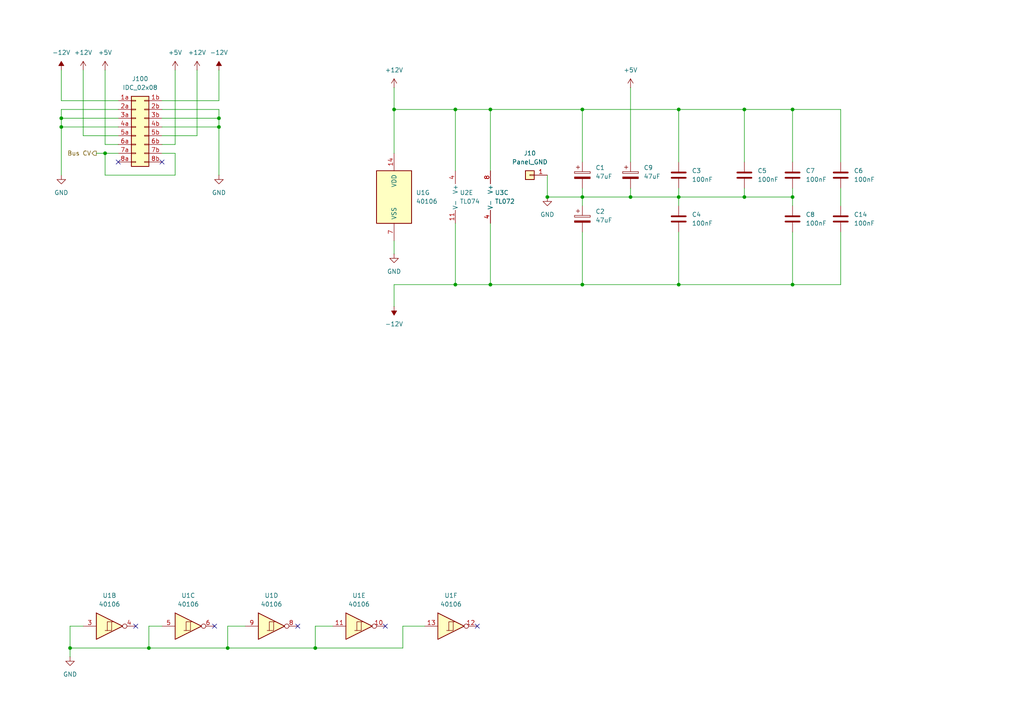
<source format=kicad_sch>
(kicad_sch (version 20231120) (generator "eeschema") (generator_version "8.0")
  (paper "A4")
  (lib_symbols
    (symbol "4xxx:40106" (pin_names (offset 1.016))
      (property "Reference" "U" (at 0 1.27 0))
      (property "Value" "40106" (at 0 -1.27 0))
      (symbol "40106_1_0"
        (polyline (pts (xy -0.635 -1.27) (xy -0.635 1.27) (xy 0.635 1.27)))
        (polyline (pts (xy -3.81 3.81) (xy -3.81 -3.81) (xy 3.81 0) (xy -3.81 3.81)) (stroke (width 0.254)) (fill (type background)))
        (polyline (pts (xy -1.27 -1.27) (xy 0.635 -1.27) (xy 0.635 1.27) (xy 1.27 1.27)))
        (pin input line (at -7.62 0 0) (length 3.81) (name "~") (number "1"))
        (pin output inverted (at 7.62 0 180) (length 3.81) (name "~") (number "2"))
      )
      (symbol "40106_2_0"
        (polyline (pts (xy -0.635 -1.27) (xy -0.635 1.27) (xy 0.635 1.27)))
        (polyline (pts (xy -3.81 3.81) (xy -3.81 -3.81) (xy 3.81 0) (xy -3.81 3.81)) (stroke (width 0.254)) (fill (type background)))
        (polyline (pts (xy -1.27 -1.27) (xy 0.635 -1.27) (xy 0.635 1.27) (xy 1.27 1.27)))
        (pin input line (at -7.62 0 0) (length 3.81) (name "~") (number "3"))
        (pin output inverted (at 7.62 0 180) (length 3.81) (name "~") (number "4"))
      )
      (symbol "40106_3_0"
        (polyline (pts (xy -0.635 -1.27) (xy -0.635 1.27) (xy 0.635 1.27)))
        (polyline (pts (xy -3.81 3.81) (xy -3.81 -3.81) (xy 3.81 0) (xy -3.81 3.81)) (stroke (width 0.254)) (fill (type background)))
        (polyline (pts (xy -1.27 -1.27) (xy 0.635 -1.27) (xy 0.635 1.27) (xy 1.27 1.27)))
        (pin input line (at -7.62 0 0) (length 3.81) (name "~") (number "5"))
        (pin output inverted (at 7.62 0 180) (length 3.81) (name "~") (number "6"))
      )
      (symbol "40106_4_0"
        (polyline (pts (xy -0.635 -1.27) (xy -0.635 1.27) (xy 0.635 1.27)))
        (polyline (pts (xy -3.81 3.81) (xy -3.81 -3.81) (xy 3.81 0) (xy -3.81 3.81)) (stroke (width 0.254)) (fill (type background)))
        (polyline (pts (xy -1.27 -1.27) (xy 0.635 -1.27) (xy 0.635 1.27) (xy 1.27 1.27)))
        (pin output inverted (at 7.62 0 180) (length 3.81) (name "~") (number "8"))
        (pin input line (at -7.62 0 0) (length 3.81) (name "~") (number "9"))
      )
      (symbol "40106_5_0"
        (polyline (pts (xy -0.635 -1.27) (xy -0.635 1.27) (xy 0.635 1.27)))
        (polyline (pts (xy -3.81 3.81) (xy -3.81 -3.81) (xy 3.81 0) (xy -3.81 3.81)) (stroke (width 0.254)) (fill (type background)))
        (polyline (pts (xy -1.27 -1.27) (xy 0.635 -1.27) (xy 0.635 1.27) (xy 1.27 1.27)))
        (pin output inverted (at 7.62 0 180) (length 3.81) (name "~") (number "10"))
        (pin input line (at -7.62 0 0) (length 3.81) (name "~") (number "11"))
      )
      (symbol "40106_6_0"
        (polyline (pts (xy -0.635 -1.27) (xy -0.635 1.27) (xy 0.635 1.27)))
        (polyline (pts (xy -3.81 3.81) (xy -3.81 -3.81) (xy 3.81 0) (xy -3.81 3.81)) (stroke (width 0.254)) (fill (type background)))
        (polyline (pts (xy -1.27 -1.27) (xy 0.635 -1.27) (xy 0.635 1.27) (xy 1.27 1.27)))
        (pin output inverted (at 7.62 0 180) (length 3.81) (name "~") (number "12"))
        (pin input line (at -7.62 0 0) (length 3.81) (name "~") (number "13"))
      )
      (symbol "40106_7_0"
        (pin power_in line (at 0 12.7 270) (length 5.08) (name "VDD") (number "14"))
        (pin power_in line (at 0 -12.7 90) (length 5.08) (name "VSS") (number "7"))
      )
      (symbol "40106_7_1"
        (rectangle (start -5.08 7.62) (end 5.08 -7.62) (stroke (width 0.254)) (fill (type background)))
      )
    )
    (symbol "Amplifier_Operational:TL072" (pin_names (offset 0.127))
      (property "Reference" "U" (at 0 5.08 0))
      (property "Value" "TL072" (at 0 -5.08 0))
      (symbol "TL072_1_1"
        (polyline (pts (xy -5.08 5.08) (xy 5.08 0) (xy -5.08 -5.08) (xy -5.08 5.08)) (stroke (width 0.254)) (fill (type background)))
        (pin output line (at 7.62 0 180) (length 2.54) (name "~") (number "1"))
        (pin input line (at -7.62 -2.54 0) (length 2.54) (name "-") (number "2"))
        (pin input line (at -7.62 2.54 0) (length 2.54) (name "+") (number "3"))
      )
      (symbol "TL072_2_1"
        (polyline (pts (xy -5.08 5.08) (xy 5.08 0) (xy -5.08 -5.08) (xy -5.08 5.08)) (stroke (width 0.254)) (fill (type background)))
        (pin input line (at -7.62 2.54 0) (length 2.54) (name "+") (number "5"))
        (pin input line (at -7.62 -2.54 0) (length 2.54) (name "-") (number "6"))
        (pin output line (at 7.62 0 180) (length 2.54) (name "~") (number "7"))
      )
      (symbol "TL072_3_1"
        (pin power_in line (at -2.54 -7.62 90) (length 3.81) (name "V-") (number "4"))
        (pin power_in line (at -2.54 7.62 270) (length 3.81) (name "V+") (number "8"))
      )
    )
    (symbol "Amplifier_Operational:TL074" (pin_names (offset 0.127))
      (property "Reference" "U" (at 0 5.08 0))
      (property "Value" "TL074" (at 0 -5.08 0))
      (symbol "TL074_1_1"
        (polyline (pts (xy -5.08 5.08) (xy 5.08 0) (xy -5.08 -5.08) (xy -5.08 5.08)) (stroke (width 0.254)) (fill (type background)))
        (pin output line (at 7.62 0 180) (length 2.54) (name "~") (number "1"))
        (pin input line (at -7.62 -2.54 0) (length 2.54) (name "-") (number "2"))
        (pin input line (at -7.62 2.54 0) (length 2.54) (name "+") (number "3"))
      )
      (symbol "TL074_2_1"
        (polyline (pts (xy -5.08 5.08) (xy 5.08 0) (xy -5.08 -5.08) (xy -5.08 5.08)) (stroke (width 0.254)) (fill (type background)))
        (pin input line (at -7.62 2.54 0) (length 2.54) (name "+") (number "5"))
        (pin input line (at -7.62 -2.54 0) (length 2.54) (name "-") (number "6"))
        (pin output line (at 7.62 0 180) (length 2.54) (name "~") (number "7"))
      )
      (symbol "TL074_3_1"
        (polyline (pts (xy -5.08 5.08) (xy 5.08 0) (xy -5.08 -5.08) (xy -5.08 5.08)) (stroke (width 0.254)) (fill (type background)))
        (pin input line (at -7.62 2.54 0) (length 2.54) (name "+") (number "10"))
        (pin output line (at 7.62 0 180) (length 2.54) (name "~") (number "8"))
        (pin input line (at -7.62 -2.54 0) (length 2.54) (name "-") (number "9"))
      )
      (symbol "TL074_4_1"
        (polyline (pts (xy -5.08 5.08) (xy 5.08 0) (xy -5.08 -5.08) (xy -5.08 5.08)) (stroke (width 0.254)) (fill (type background)))
        (pin input line (at -7.62 2.54 0) (length 2.54) (name "+") (number "12"))
        (pin input line (at -7.62 -2.54 0) (length 2.54) (name "-") (number "13"))
        (pin output line (at 7.62 0 180) (length 2.54) (name "~") (number "14"))
      )
      (symbol "TL074_5_1"
        (pin power_in line (at -2.54 -7.62 90) (length 3.81) (name "V-") (number "11"))
        (pin power_in line (at -2.54 7.62 270) (length 3.81) (name "V+") (number "4"))
      )
    )
    (symbol "Connector_Generic:Conn_01x01" (pin_names (offset 1.016) hide)
      (property "Reference" "J" (at 0 2.54 0))
      (property "Value" "Conn_01x01" (at 0 -2.54 0))
      (symbol "Conn_01x01_1_1"
        (rectangle (start -1.27 0.127) (end 0 -0.127) (stroke (width 0.1524)))
        (rectangle (start -1.27 1.27) (end 1.27 -1.27) (stroke (width 0.254)) (fill (type background)))
        (pin passive line (at -5.08 0 0) (length 3.81) (name "Pin_1") (number "1"))
      )
    )
    (symbol "Device:C" (pin_numbers hide) (pin_names (offset 0.254))
      (property "Reference" "C" (at 0.635 2.54 0))
      (property "Value" "C" (at 0.635 -2.54 0))
      (symbol "C_0_1"
        (polyline (pts (xy -2.032 -0.762) (xy 2.032 -0.762)) (stroke (width 0.508)))
        (polyline (pts (xy -2.032 0.762) (xy 2.032 0.762)) (stroke (width 0.508)))
      )
      (symbol "C_1_1"
        (pin passive line (at 0 3.81 270) (length 2.794) (name "~") (number "1"))
        (pin passive line (at 0 -3.81 90) (length 2.794) (name "~") (number "2"))
      )
    )
    (symbol "Device:C_Polarized" (pin_numbers hide) (pin_names (offset 0.254))
      (property "Reference" "C" (at 0.635 2.54 0))
      (property "Value" "C_Polarized" (at 0.635 -2.54 0))
      (symbol "C_Polarized_0_1"
        (rectangle (start -2.286 0.508) (end 2.286 1.016))
        (polyline (pts (xy -1.778 2.286) (xy -0.762 2.286)))
        (polyline (pts (xy -1.27 2.794) (xy -1.27 1.778)))
        (rectangle (start 2.286 -0.508) (end -2.286 -1.016) (fill (type outline)))
      )
      (symbol "C_Polarized_1_1"
        (pin passive line (at 0 3.81 270) (length 2.794) (name "~") (number "1"))
        (pin passive line (at 0 -3.81 90) (length 2.794) (name "~") (number "2"))
      )
    )
    (symbol "SynthStuff:Eurorack_Power_Connector_16Pin" (pin_names (offset 1.016) hide)
      (property "Reference" "J" (at 1.27 -16.51 0))
      (property "Value" "IDC_02x08" (at 1.27 -13.97 0))
      (symbol "Eurorack_Power_Connector_16Pin_1_1"
        (rectangle (start -1.27 -10.033) (end 0 -10.287) (stroke (width 0.1524)))
        (rectangle (start -1.27 -7.493) (end 0 -7.747) (stroke (width 0.1524)))
        (rectangle (start -1.27 -4.953) (end 0 -5.207) (stroke (width 0.1524)))
        (rectangle (start -1.27 -2.413) (end 0 -2.667) (stroke (width 0.1524)))
        (rectangle (start -1.27 0.127) (end 0 -0.127) (stroke (width 0.1524)))
        (rectangle (start -1.27 2.667) (end 0 2.413) (stroke (width 0.1524)))
        (rectangle (start -1.27 5.207) (end 0 4.953) (stroke (width 0.1524)))
        (rectangle (start -1.27 7.747) (end 0 7.493) (stroke (width 0.1524)))
        (rectangle (start -1.27 8.89) (end 3.81 -11.43) (stroke (width 0.254)) (fill (type background)))
        (rectangle (start 3.81 -10.033) (end 2.54 -10.287) (stroke (width 0.1524)))
        (rectangle (start 3.81 -7.493) (end 2.54 -7.747) (stroke (width 0.1524)))
        (rectangle (start 3.81 -4.953) (end 2.54 -5.207) (stroke (width 0.1524)))
        (rectangle (start 3.81 -2.413) (end 2.54 -2.667) (stroke (width 0.1524)))
        (rectangle (start 3.81 0.127) (end 2.54 -0.127) (stroke (width 0.1524)))
        (rectangle (start 3.81 2.667) (end 2.54 2.413) (stroke (width 0.1524)))
        (rectangle (start 3.81 5.207) (end 2.54 4.953) (stroke (width 0.1524)))
        (rectangle (start 3.81 7.747) (end 2.54 7.493) (stroke (width 0.1524)))
        (pin power_out line (at -5.08 7.62 0) (length 3.81) (name "Pin_1a") (number "1a"))
        (pin passive line (at 7.62 7.62 180) (length 3.81) (name "Pin_1b") (number "1b"))
        (pin power_out line (at -5.08 5.08 0) (length 3.81) (name "Pin_2a") (number "2a"))
        (pin passive line (at 7.62 5.08 180) (length 3.81) (name "Pin_2b") (number "2b"))
        (pin passive line (at -5.08 2.54 0) (length 3.81) (name "Pin_3a") (number "3a"))
        (pin passive line (at 7.62 2.54 180) (length 3.81) (name "Pin_3b") (number "3b"))
        (pin passive line (at -5.08 0 0) (length 3.81) (name "Pin_4a") (number "4a"))
        (pin passive line (at 7.62 0 180) (length 3.81) (name "Pin_4b") (number "4b"))
        (pin power_out line (at -5.08 -2.54 0) (length 3.81) (name "Pin_5a") (number "5a"))
        (pin passive line (at 7.62 -2.54 180) (length 3.81) (name "Pin_5b") (number "5b"))
        (pin power_out line (at -5.08 -5.08 0) (length 3.81) (name "Pin_6a") (number "6a"))
        (pin passive line (at 7.62 -5.08 180) (length 3.81) (name "Pin_6b") (number "6b"))
        (pin passive line (at -5.08 -7.62 0) (length 3.81) (name "Pin_7a") (number "7a"))
        (pin passive line (at 7.62 -7.62 180) (length 3.81) (name "Pin_7b") (number "7b"))
        (pin passive line (at -5.08 -10.16 0) (length 3.81) (name "Pin_8a") (number "8a"))
        (pin passive line (at 7.62 -10.16 180) (length 3.81) (name "Pin_8b") (number "8b"))
      )
    )
    (symbol "power:+12V" (power) (pin_numbers hide) (pin_names (offset 0) hide)
      (property "Value" "+12V" (at 0 3.556 0))
      (symbol "+12V_0_1"
        (polyline (pts (xy -0.762 1.27) (xy 0 2.54)))
        (polyline (pts (xy 0 0) (xy 0 2.54)))
        (polyline (pts (xy 0 2.54) (xy 0.762 1.27)))
      )
      (symbol "+12V_1_1"
        (pin power_in line (at 0 0 90) (length 0) (name "~") (number "1"))
      )
    )
    (symbol "power:+5V" (power) (pin_numbers hide) (pin_names (offset 0) hide)
      (property "Value" "+5V" (at 0 3.556 0))
      (symbol "+5V_0_1"
        (polyline (pts (xy -0.762 1.27) (xy 0 2.54)))
        (polyline (pts (xy 0 0) (xy 0 2.54)))
        (polyline (pts (xy 0 2.54) (xy 0.762 1.27)))
      )
      (symbol "+5V_1_1"
        (pin power_in line (at 0 0 90) (length 0) (name "~") (number "1"))
      )
    )
    (symbol "power:-12V" (power) (pin_numbers hide) (pin_names (offset 0) hide)
      (property "Value" "-12V" (at 0 3.556 0))
      (symbol "-12V_0_0"
        (pin power_in line (at 0 0 90) (length 0) (name "~") (number "1"))
      )
      (symbol "-12V_0_1"
        (polyline (pts (xy 0 0) (xy 0 1.27) (xy 0.762 1.27) (xy 0 2.54) (xy -0.762 1.27) (xy 0 1.27)) (fill (type outline)))
      )
    )
    (symbol "power:GND" (power) (pin_numbers hide) (pin_names (offset 0) hide)
      (property "Value" "GND" (at 0 -3.81 0))
      (symbol "GND_0_1"
        (polyline (pts (xy 0 0) (xy 0 -1.27) (xy 1.27 -1.27) (xy 0 -2.54) (xy -1.27 -1.27) (xy 0 -1.27)))
      )
      (symbol "GND_1_1"
        (pin power_in line (at 0 0 270) (length 0) (name "~") (number "1"))
      )
    )
  )
  (junction (at 142.24 31.75))
  (junction (at 196.85 57.15))
  (junction (at 229.87 57.15))
  (junction (at 168.91 82.55))
  (junction (at 158.75 57.15))
  (junction (at 182.88 57.15))
  (junction (at 229.87 82.55))
  (junction (at 20.32 187.96))
  (junction (at 43.18 187.96))
  (junction (at 30.48 44.45))
  (junction (at 66.04 187.96))
  (junction (at 17.78 34.29))
  (junction (at 196.85 31.75))
  (junction (at 215.9 57.15))
  (junction (at 215.9 31.75))
  (junction (at 132.08 31.75))
  (junction (at 196.85 82.55))
  (junction (at 114.3 31.75))
  (junction (at 63.5 34.29))
  (junction (at 63.5 36.83))
  (junction (at 142.24 82.55))
  (junction (at 229.87 31.75))
  (junction (at 168.91 31.75))
  (junction (at 17.78 36.83))
  (junction (at 132.08 82.55))
  (junction (at 91.44 187.96))
  (junction (at 168.91 57.15))
  (no_connect (at 46.99 46.99))
  (no_connect (at 39.37 181.61))
  (no_connect (at 111.76 181.61))
  (no_connect (at 34.29 46.99))
  (no_connect (at 62.23 181.61))
  (no_connect (at 138.43 181.61))
  (no_connect (at 86.36 181.61))
  (wire (pts (xy 17.78 36.83) (xy 34.29 36.83)))
  (wire (pts (xy 142.24 82.55) (xy 168.91 82.55)))
  (wire (pts (xy 243.84 54.61) (xy 243.84 59.69)))
  (wire (pts (xy 168.91 31.75) (xy 196.85 31.75)))
  (wire (pts (xy 24.13 39.37) (xy 24.13 20.32)))
  (wire (pts (xy 196.85 54.61) (xy 196.85 57.15)))
  (wire (pts (xy 91.44 187.96) (xy 66.04 187.96)))
  (wire (pts (xy 142.24 31.75) (xy 168.91 31.75)))
  (wire (pts (xy 196.85 82.55) (xy 229.87 82.55)))
  (wire (pts (xy 142.24 64.77) (xy 142.24 82.55)))
  (wire (pts (xy 91.44 187.96) (xy 116.84 187.96)))
  (wire (pts (xy 46.99 44.45) (xy 50.8 44.45)))
  (wire (pts (xy 158.75 57.15) (xy 168.91 57.15)))
  (wire (pts (xy 91.44 181.61) (xy 91.44 187.96)))
  (wire (pts (xy 215.9 31.75) (xy 229.87 31.75)))
  (wire (pts (xy 196.85 31.75) (xy 215.9 31.75)))
  (wire (pts (xy 196.85 31.75) (xy 196.85 46.99)))
  (wire (pts (xy 46.99 31.75) (xy 63.5 31.75)))
  (wire (pts (xy 20.32 181.61) (xy 20.32 187.96)))
  (wire (pts (xy 20.32 187.96) (xy 20.32 190.5)))
  (wire (pts (xy 215.9 31.75) (xy 215.9 46.99)))
  (wire (pts (xy 66.04 181.61) (xy 66.04 187.96)))
  (wire (pts (xy 27.94 44.45) (xy 30.48 44.45)))
  (wire (pts (xy 66.04 187.96) (xy 43.18 187.96)))
  (wire (pts (xy 114.3 82.55) (xy 114.3 88.9)))
  (wire (pts (xy 46.99 39.37) (xy 57.15 39.37)))
  (wire (pts (xy 17.78 34.29) (xy 17.78 36.83)))
  (wire (pts (xy 243.84 82.55) (xy 243.84 67.31)))
  (wire (pts (xy 168.91 31.75) (xy 168.91 46.99)))
  (wire (pts (xy 196.85 57.15) (xy 215.9 57.15)))
  (wire (pts (xy 43.18 181.61) (xy 43.18 187.96)))
  (wire (pts (xy 132.08 31.75) (xy 132.08 49.53)))
  (wire (pts (xy 229.87 82.55) (xy 243.84 82.55)))
  (wire (pts (xy 63.5 36.83) (xy 63.5 50.8)))
  (wire (pts (xy 50.8 41.91) (xy 50.8 20.32)))
  (wire (pts (xy 17.78 31.75) (xy 17.78 34.29)))
  (wire (pts (xy 46.99 29.21) (xy 63.5 29.21)))
  (wire (pts (xy 46.99 34.29) (xy 63.5 34.29)))
  (wire (pts (xy 229.87 57.15) (xy 229.87 59.69)))
  (wire (pts (xy 182.88 54.61) (xy 182.88 57.15)))
  (wire (pts (xy 196.85 82.55) (xy 196.85 67.31)))
  (wire (pts (xy 114.3 82.55) (xy 132.08 82.55)))
  (wire (pts (xy 114.3 31.75) (xy 132.08 31.75)))
  (wire (pts (xy 123.19 181.61) (xy 116.84 181.61)))
  (wire (pts (xy 168.91 54.61) (xy 168.91 57.15)))
  (wire (pts (xy 114.3 25.4) (xy 114.3 31.75)))
  (wire (pts (xy 168.91 82.55) (xy 196.85 82.55)))
  (wire (pts (xy 215.9 57.15) (xy 229.87 57.15)))
  (wire (pts (xy 132.08 31.75) (xy 142.24 31.75)))
  (wire (pts (xy 50.8 44.45) (xy 50.8 50.8)))
  (wire (pts (xy 116.84 181.61) (xy 116.84 187.96)))
  (wire (pts (xy 182.88 25.4) (xy 182.88 46.99)))
  (wire (pts (xy 46.99 41.91) (xy 50.8 41.91)))
  (wire (pts (xy 34.29 31.75) (xy 17.78 31.75)))
  (wire (pts (xy 50.8 50.8) (xy 30.48 50.8)))
  (wire (pts (xy 142.24 49.53) (xy 142.24 31.75)))
  (wire (pts (xy 132.08 64.77) (xy 132.08 82.55)))
  (wire (pts (xy 243.84 31.75) (xy 243.84 46.99)))
  (wire (pts (xy 17.78 34.29) (xy 34.29 34.29)))
  (wire (pts (xy 132.08 82.55) (xy 142.24 82.55)))
  (wire (pts (xy 63.5 34.29) (xy 63.5 36.83)))
  (wire (pts (xy 168.91 57.15) (xy 182.88 57.15)))
  (wire (pts (xy 43.18 187.96) (xy 20.32 187.96)))
  (wire (pts (xy 71.12 181.61) (xy 66.04 181.61)))
  (wire (pts (xy 30.48 44.45) (xy 34.29 44.45)))
  (wire (pts (xy 114.3 69.85) (xy 114.3 73.66)))
  (wire (pts (xy 168.91 82.55) (xy 168.91 67.31)))
  (wire (pts (xy 229.87 54.61) (xy 229.87 57.15)))
  (wire (pts (xy 17.78 36.83) (xy 17.78 50.8)))
  (wire (pts (xy 96.52 181.61) (xy 91.44 181.61)))
  (wire (pts (xy 30.48 44.45) (xy 30.48 50.8)))
  (wire (pts (xy 229.87 31.75) (xy 229.87 46.99)))
  (wire (pts (xy 46.99 36.83) (xy 63.5 36.83)))
  (wire (pts (xy 229.87 31.75) (xy 243.84 31.75)))
  (wire (pts (xy 34.29 39.37) (xy 24.13 39.37)))
  (wire (pts (xy 46.99 181.61) (xy 43.18 181.61)))
  (wire (pts (xy 196.85 57.15) (xy 196.85 59.69)))
  (wire (pts (xy 63.5 29.21) (xy 63.5 20.32)))
  (wire (pts (xy 63.5 31.75) (xy 63.5 34.29)))
  (wire (pts (xy 30.48 41.91) (xy 34.29 41.91)))
  (wire (pts (xy 114.3 31.75) (xy 114.3 44.45)))
  (wire (pts (xy 30.48 20.32) (xy 30.48 41.91)))
  (wire (pts (xy 215.9 54.61) (xy 215.9 57.15)))
  (wire (pts (xy 182.88 57.15) (xy 196.85 57.15)))
  (wire (pts (xy 24.13 181.61) (xy 20.32 181.61)))
  (wire (pts (xy 158.75 50.8) (xy 158.75 57.15)))
  (wire (pts (xy 17.78 20.32) (xy 17.78 29.21)))
  (wire (pts (xy 17.78 29.21) (xy 34.29 29.21)))
  (wire (pts (xy 229.87 82.55) (xy 229.87 67.31)))
  (wire (pts (xy 57.15 39.37) (xy 57.15 20.32)))
  (wire (pts (xy 168.91 57.15) (xy 168.91 59.69)))
  (hierarchical_label "Bus CV" (shape output) (at 27.94 44.45 180))
  (symbol (lib_id "4xxx:40106") (at 104.14 181.61 0) (unit 5)
    (property "Reference" "U1" (at 104.14 172.72 0))
    (property "Value" "40106" (at 104.14 175.26 0))
    (property "Footprint" "Package_DIP:DIP-14_W7.62mm_Socket" (effects (hide yes)))
    (property "Datasheet" "https://assets.nexperia.com/documents/data-sheet/HEF40106B.pdf" (effects (hide yes)))
    (property "Description" "Hex Schmitt trigger inverter" (effects (hide yes)))
  )
  (symbol (lib_id "Device:C_Polarized") (at 168.91 63.5 0) (unit 1)
    (property "Reference" "C2" (at 172.72 61.3409 0) (effects (justify left)))
    (property "Value" "47uF" (at 172.72 63.8809 0) (effects (justify left)))
    (property "Footprint" "Capacitor_THT:CP_Radial_D4.0mm_P2.00mm" (effects (hide yes)))
    (property "Description" "Polarized capacitor" (effects (hide yes)))
  )
  (symbol (lib_id "power:+12V") (at 57.15 20.32 0) (unit 1)
    (property "Reference" "#PWR015" (effects (hide yes)))
    (property "Value" "+12V" (at 57.15 15.24 0))
    (property "Description" "Power symbol creates a global label with name \"+12V\"" (effects (hide yes)))
  )
  (symbol (lib_id "4xxx:40106") (at 31.75 181.61 0) (unit 2)
    (property "Reference" "U1" (at 31.75 172.72 0))
    (property "Value" "40106" (at 31.75 175.26 0))
    (property "Footprint" "Package_DIP:DIP-14_W7.62mm_Socket" (effects (hide yes)))
    (property "Datasheet" "https://assets.nexperia.com/documents/data-sheet/HEF40106B.pdf" (effects (hide yes)))
    (property "Description" "Hex Schmitt trigger inverter" (effects (hide yes)))
  )
  (symbol (lib_id "power:+5V") (at 182.88 25.4 0) (unit 1)
    (property "Reference" "#PWR018" (effects (hide yes)))
    (property "Value" "+5V" (at 182.88 20.32 0))
    (property "Description" "Power symbol creates a global label with name \"+5V\"" (effects (hide yes)))
  )
  (symbol (lib_id "Device:C") (at 243.84 50.8 0) (unit 1)
    (property "Reference" "C6" (at 247.65 49.5299 0) (effects (justify left)))
    (property "Value" "100nF" (at 247.65 52.0699 0) (effects (justify left)))
    (property "Footprint" "Capacitor_THT:C_Disc_D4.3mm_W1.9mm_P5.00mm" (effects (hide yes)))
    (property "Description" "Unpolarized capacitor" (effects (hide yes)))
  )
  (symbol (lib_id "Device:C") (at 196.85 63.5 0) (unit 1)
    (property "Reference" "C4" (at 200.66 62.2299 0) (effects (justify left)))
    (property "Value" "100nF" (at 200.66 64.7699 0) (effects (justify left)))
    (property "Footprint" "Capacitor_THT:C_Disc_D4.3mm_W1.9mm_P5.00mm" (effects (hide yes)))
    (property "Description" "Unpolarized capacitor" (effects (hide yes)))
  )
  (symbol (lib_id "Device:C_Polarized") (at 168.91 50.8 0) (unit 1)
    (property "Reference" "C1" (at 172.72 48.6409 0) (effects (justify left)))
    (property "Value" "47uF" (at 172.72 51.1809 0) (effects (justify left)))
    (property "Footprint" "Capacitor_THT:CP_Radial_D4.0mm_P2.00mm" (effects (hide yes)))
    (property "Description" "Polarized capacitor" (effects (hide yes)))
  )
  (symbol (lib_id "power:+5V") (at 50.8 20.32 0) (unit 1)
    (property "Reference" "#PWR014" (effects (hide yes)))
    (property "Value" "+5V" (at 50.8 15.24 0))
    (property "Description" "Power symbol creates a global label with name \"+5V\"" (effects (hide yes)))
  )
  (symbol (lib_id "Device:C") (at 229.87 63.5 0) (unit 1)
    (property "Reference" "C8" (at 233.68 62.2299 0) (effects (justify left)))
    (property "Value" "100nF" (at 233.68 64.7699 0) (effects (justify left)))
    (property "Footprint" "Capacitor_THT:C_Disc_D4.3mm_W1.9mm_P5.00mm" (effects (hide yes)))
    (property "Description" "Unpolarized capacitor" (effects (hide yes)))
  )
  (symbol (lib_id "4xxx:40106") (at 114.3 57.15 0) (unit 7)
    (property "Reference" "U1" (at 120.65 55.8799 0) (effects (justify left)))
    (property "Value" "40106" (at 120.65 58.4199 0) (effects (justify left)))
    (property "Footprint" "Package_DIP:DIP-14_W7.62mm_Socket" (effects (hide yes)))
    (property "Datasheet" "https://assets.nexperia.com/documents/data-sheet/HEF40106B.pdf" (effects (hide yes)))
    (property "Description" "Hex Schmitt trigger inverter" (effects (hide yes)))
  )
  (symbol (lib_id "power:+5V") (at 30.48 20.32 0) (unit 1)
    (property "Reference" "#PWR013" (effects (hide yes)))
    (property "Value" "+5V" (at 30.48 15.24 0))
    (property "Description" "Power symbol creates a global label with name \"+5V\"" (effects (hide yes)))
  )
  (symbol (lib_id "power:GND") (at 158.75 57.15 0) (unit 1)
    (property "Reference" "#PWR09" (effects (hide yes)))
    (property "Value" "GND" (at 158.75 62.23 0))
    (property "Description" "Power symbol creates a global label with name \"GND\" , ground" (effects (hide yes)))
  )
  (symbol (lib_id "power:-12V") (at 114.3 88.9 180) (unit 1)
    (property "Reference" "#PWR08" (effects (hide yes)))
    (property "Value" "-12V" (at 114.3 93.98 0))
    (property "Description" "Power symbol creates a global label with name \"-12V\"" (effects (hide yes)))
  )
  (symbol (lib_id "Device:C") (at 215.9 50.8 0) (unit 1)
    (property "Reference" "C5" (at 219.71 49.5299 0) (effects (justify left)))
    (property "Value" "100nF" (at 219.71 52.0699 0) (effects (justify left)))
    (property "Footprint" "Capacitor_THT:C_Disc_D4.3mm_W1.9mm_P5.00mm" (effects (hide yes)))
    (property "Description" "Unpolarized capacitor" (effects (hide yes)))
  )
  (symbol (lib_id "power:GND") (at 20.32 190.5 0) (unit 1)
    (property "Reference" "#PWR034" (effects (hide yes)))
    (property "Value" "GND" (at 20.32 195.58 0))
    (property "Description" "Power symbol creates a global label with name \"GND\" , ground" (effects (hide yes)))
  )
  (symbol (lib_id "Device:C") (at 196.85 50.8 0) (unit 1)
    (property "Reference" "C3" (at 200.66 49.5299 0) (effects (justify left)))
    (property "Value" "100nF" (at 200.66 52.0699 0) (effects (justify left)))
    (property "Footprint" "Capacitor_THT:C_Disc_D4.3mm_W1.9mm_P5.00mm" (effects (hide yes)))
    (property "Description" "Unpolarized capacitor" (effects (hide yes)))
  )
  (symbol (lib_id "Device:C") (at 229.87 50.8 0) (unit 1)
    (property "Reference" "C7" (at 233.68 49.5299 0) (effects (justify left)))
    (property "Value" "100nF" (at 233.68 52.0699 0) (effects (justify left)))
    (property "Footprint" "Capacitor_THT:C_Disc_D4.3mm_W1.9mm_P5.00mm" (effects (hide yes)))
    (property "Description" "Unpolarized capacitor" (effects (hide yes)))
  )
  (symbol (lib_id "power:GND") (at 17.78 50.8 0) (unit 1)
    (property "Reference" "#PWR010" (effects (hide yes)))
    (property "Value" "GND" (at 17.78 55.88 0))
    (property "Description" "Power symbol creates a global label with name \"GND\" , ground" (effects (hide yes)))
  )
  (symbol (lib_id "power:+12V") (at 114.3 25.4 0) (unit 1)
    (property "Reference" "#PWR07" (effects (hide yes)))
    (property "Value" "+12V" (at 114.3 20.32 0))
    (property "Description" "Power symbol creates a global label with name \"+12V\"" (effects (hide yes)))
  )
  (symbol (lib_id "Device:C_Polarized") (at 182.88 50.8 0) (unit 1)
    (property "Reference" "C9" (at 186.69 48.6409 0) (effects (justify left)))
    (property "Value" "47uF" (at 186.69 51.1809 0) (effects (justify left)))
    (property "Footprint" "Capacitor_THT:CP_Radial_D4.0mm_P2.00mm" (effects (hide yes)))
    (property "Description" "Polarized capacitor" (effects (hide yes)))
  )
  (symbol (lib_id "power:GND") (at 114.3 73.66 0) (unit 1)
    (property "Reference" "#PWR035" (effects (hide yes)))
    (property "Value" "GND" (at 114.3 78.74 0))
    (property "Description" "Power symbol creates a global label with name \"GND\" , ground" (effects (hide yes)))
  )
  (symbol (lib_id "4xxx:40106") (at 130.81 181.61 0) (unit 6)
    (property "Reference" "U1" (at 130.81 172.72 0))
    (property "Value" "40106" (at 130.81 175.26 0))
    (property "Footprint" "Package_DIP:DIP-14_W7.62mm_Socket" (effects (hide yes)))
    (property "Datasheet" "https://assets.nexperia.com/documents/data-sheet/HEF40106B.pdf" (effects (hide yes)))
    (property "Description" "Hex Schmitt trigger inverter" (effects (hide yes)))
  )
  (symbol (lib_id "4xxx:40106") (at 54.61 181.61 0) (unit 3)
    (property "Reference" "U1" (at 54.61 172.72 0))
    (property "Value" "40106" (at 54.61 175.26 0))
    (property "Footprint" "Package_DIP:DIP-14_W7.62mm_Socket" (effects (hide yes)))
    (property "Datasheet" "https://assets.nexperia.com/documents/data-sheet/HEF40106B.pdf" (effects (hide yes)))
    (property "Description" "Hex Schmitt trigger inverter" (effects (hide yes)))
  )
  (symbol (lib_id "Connector_Generic:Conn_01x01") (at 153.67 50.8 180) (unit 1)
    (property "Reference" "J10" (at 153.67 44.45 0))
    (property "Value" "Panel_GND" (at 153.67 46.99 0))
    (property "Footprint" "Connector_PinHeader_2.54mm:PinHeader_1x01_P2.54mm_Vertical" (effects (hide yes)))
    (property "Description" "Generic connector, single row, 01x01, script generated (kicad-library-utils/schlib/autogen/connector/)" (effects (hide yes)))
  )
  (symbol (lib_id "power:-12V") (at 17.78 20.32 0) (unit 1)
    (property "Reference" "#PWR011" (effects (hide yes)))
    (property "Value" "-12V" (at 17.78 15.24 0))
    (property "Description" "Power symbol creates a global label with name \"-12V\"" (effects (hide yes)))
  )
  (symbol (lib_id "Amplifier_Operational:TL072") (at 144.78 57.15 0) (unit 3)
    (property "Reference" "U3" (at 143.51 55.8799 0) (effects (justify left)))
    (property "Value" "TL072" (at 143.51 58.4199 0) (effects (justify left)))
    (property "Footprint" "Package_DIP:DIP-8_W7.62mm_Socket" (effects (hide yes)))
    (property "Datasheet" "http://www.ti.com/lit/ds/symlink/tl071.pdf" (effects (hide yes)))
    (property "Description" "Dual Low-Noise JFET-Input Operational Amplifiers, DIP-8/SOIC-8" (effects (hide yes)))
  )
  (symbol (lib_id "Amplifier_Operational:TL074") (at 134.62 57.15 0) (unit 5)
    (property "Reference" "U2" (at 133.35 55.8799 0) (effects (justify left)))
    (property "Value" "TL074" (at 133.35 58.4199 0) (effects (justify left)))
    (property "Footprint" "Package_DIP:DIP-14_W7.62mm_Socket" (effects (hide yes)))
    (property "Datasheet" "http://www.ti.com/lit/ds/symlink/tl071.pdf" (effects (hide yes)))
    (property "Description" "Quad Low-Noise JFET-Input Operational Amplifiers, DIP-14/SOIC-14" (effects (hide yes)))
  )
  (symbol (lib_id "power:GND") (at 63.5 50.8 0) (unit 1)
    (property "Reference" "#PWR017" (effects (hide yes)))
    (property "Value" "GND" (at 63.5 55.88 0))
    (property "Description" "Power symbol creates a global label with name \"GND\" , ground" (effects (hide yes)))
  )
  (symbol (lib_id "Device:C") (at 243.84 63.5 0) (unit 1)
    (property "Reference" "C14" (at 247.65 62.2299 0) (effects (justify left)))
    (property "Value" "100nF" (at 247.65 64.7699 0) (effects (justify left)))
    (property "Footprint" "Capacitor_THT:C_Disc_D4.3mm_W1.9mm_P5.00mm" (effects (hide yes)))
    (property "Description" "Unpolarized capacitor" (effects (hide yes)))
  )
  (symbol (lib_id "power:+12V") (at 24.13 20.32 0) (unit 1)
    (property "Reference" "#PWR012" (effects (hide yes)))
    (property "Value" "+12V" (at 24.13 15.24 0))
    (property "Description" "Power symbol creates a global label with name \"+12V\"" (effects (hide yes)))
  )
  (symbol (lib_id "power:-12V") (at 63.5 20.32 0) (unit 1)
    (property "Reference" "#PWR016" (effects (hide yes)))
    (property "Value" "-12V" (at 63.5 15.24 0))
    (property "Description" "Power symbol creates a global label with name \"-12V\"" (effects (hide yes)))
  )
  (symbol (lib_id "4xxx:40106") (at 78.74 181.61 0) (unit 4)
    (property "Reference" "U1" (at 78.74 172.72 0))
    (property "Value" "40106" (at 78.74 175.26 0))
    (property "Footprint" "Package_DIP:DIP-14_W7.62mm_Socket" (effects (hide yes)))
    (property "Datasheet" "https://assets.nexperia.com/documents/data-sheet/HEF40106B.pdf" (effects (hide yes)))
    (property "Description" "Hex Schmitt trigger inverter" (effects (hide yes)))
  )
  (symbol (lib_id "SynthStuff:Eurorack_Power_Connector_16Pin") (at 39.37 36.83 0) (unit 1)
    (property "Reference" "J100" (at 40.64 22.86 0))
    (property "Value" "IDC_02x08" (at 40.64 25.4 0))
    (property "Footprint" "SynthStuff:IDC-Header_2x08_P2.54mm_Vertical_Eurorack" (effects (hide yes)))
    (property "Description" "IDC jack, 2x8 pins, row a carries same signals as row b." (effects (hide yes)))
  )
)
</source>
